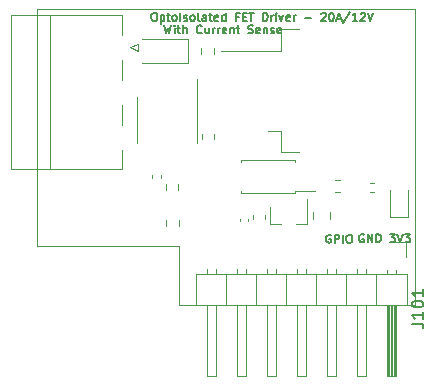
<source format=gbr>
%TF.GenerationSoftware,KiCad,Pcbnew,(5.1.8-0-10_14)*%
%TF.CreationDate,2020-11-27T12:30:10+01:00*%
%TF.ProjectId,FET_Driver,4645545f-4472-4697-9665-722e6b696361,rev?*%
%TF.SameCoordinates,Original*%
%TF.FileFunction,Legend,Top*%
%TF.FilePolarity,Positive*%
%FSLAX46Y46*%
G04 Gerber Fmt 4.6, Leading zero omitted, Abs format (unit mm)*
G04 Created by KiCad (PCBNEW (5.1.8-0-10_14)) date 2020-11-27 12:30:10*
%MOMM*%
%LPD*%
G01*
G04 APERTURE LIST*
%ADD10C,0.150000*%
%TA.AperFunction,Profile*%
%ADD11C,0.050000*%
%TD*%
%ADD12C,0.120000*%
G04 APERTURE END LIST*
D10*
X118783333Y-69336666D02*
X118950000Y-70036666D01*
X119083333Y-69536666D01*
X119216666Y-70036666D01*
X119383333Y-69336666D01*
X119650000Y-70036666D02*
X119650000Y-69570000D01*
X119650000Y-69336666D02*
X119616666Y-69370000D01*
X119650000Y-69403333D01*
X119683333Y-69370000D01*
X119650000Y-69336666D01*
X119650000Y-69403333D01*
X119883333Y-69570000D02*
X120150000Y-69570000D01*
X119983333Y-69336666D02*
X119983333Y-69936666D01*
X120016666Y-70003333D01*
X120083333Y-70036666D01*
X120150000Y-70036666D01*
X120383333Y-70036666D02*
X120383333Y-69336666D01*
X120683333Y-70036666D02*
X120683333Y-69670000D01*
X120650000Y-69603333D01*
X120583333Y-69570000D01*
X120483333Y-69570000D01*
X120416666Y-69603333D01*
X120383333Y-69636666D01*
X121950000Y-69970000D02*
X121916666Y-70003333D01*
X121816666Y-70036666D01*
X121750000Y-70036666D01*
X121650000Y-70003333D01*
X121583333Y-69936666D01*
X121550000Y-69870000D01*
X121516666Y-69736666D01*
X121516666Y-69636666D01*
X121550000Y-69503333D01*
X121583333Y-69436666D01*
X121650000Y-69370000D01*
X121750000Y-69336666D01*
X121816666Y-69336666D01*
X121916666Y-69370000D01*
X121950000Y-69403333D01*
X122550000Y-69570000D02*
X122550000Y-70036666D01*
X122250000Y-69570000D02*
X122250000Y-69936666D01*
X122283333Y-70003333D01*
X122350000Y-70036666D01*
X122450000Y-70036666D01*
X122516666Y-70003333D01*
X122550000Y-69970000D01*
X122883333Y-70036666D02*
X122883333Y-69570000D01*
X122883333Y-69703333D02*
X122916666Y-69636666D01*
X122950000Y-69603333D01*
X123016666Y-69570000D01*
X123083333Y-69570000D01*
X123316666Y-70036666D02*
X123316666Y-69570000D01*
X123316666Y-69703333D02*
X123350000Y-69636666D01*
X123383333Y-69603333D01*
X123450000Y-69570000D01*
X123516666Y-69570000D01*
X124016666Y-70003333D02*
X123950000Y-70036666D01*
X123816666Y-70036666D01*
X123750000Y-70003333D01*
X123716666Y-69936666D01*
X123716666Y-69670000D01*
X123750000Y-69603333D01*
X123816666Y-69570000D01*
X123950000Y-69570000D01*
X124016666Y-69603333D01*
X124050000Y-69670000D01*
X124050000Y-69736666D01*
X123716666Y-69803333D01*
X124350000Y-69570000D02*
X124350000Y-70036666D01*
X124350000Y-69636666D02*
X124383333Y-69603333D01*
X124450000Y-69570000D01*
X124550000Y-69570000D01*
X124616666Y-69603333D01*
X124650000Y-69670000D01*
X124650000Y-70036666D01*
X124883333Y-69570000D02*
X125150000Y-69570000D01*
X124983333Y-69336666D02*
X124983333Y-69936666D01*
X125016666Y-70003333D01*
X125083333Y-70036666D01*
X125150000Y-70036666D01*
X125883333Y-70003333D02*
X125983333Y-70036666D01*
X126150000Y-70036666D01*
X126216666Y-70003333D01*
X126250000Y-69970000D01*
X126283333Y-69903333D01*
X126283333Y-69836666D01*
X126250000Y-69770000D01*
X126216666Y-69736666D01*
X126150000Y-69703333D01*
X126016666Y-69670000D01*
X125950000Y-69636666D01*
X125916666Y-69603333D01*
X125883333Y-69536666D01*
X125883333Y-69470000D01*
X125916666Y-69403333D01*
X125950000Y-69370000D01*
X126016666Y-69336666D01*
X126183333Y-69336666D01*
X126283333Y-69370000D01*
X126850000Y-70003333D02*
X126783333Y-70036666D01*
X126650000Y-70036666D01*
X126583333Y-70003333D01*
X126550000Y-69936666D01*
X126550000Y-69670000D01*
X126583333Y-69603333D01*
X126650000Y-69570000D01*
X126783333Y-69570000D01*
X126850000Y-69603333D01*
X126883333Y-69670000D01*
X126883333Y-69736666D01*
X126550000Y-69803333D01*
X127183333Y-69570000D02*
X127183333Y-70036666D01*
X127183333Y-69636666D02*
X127216666Y-69603333D01*
X127283333Y-69570000D01*
X127383333Y-69570000D01*
X127450000Y-69603333D01*
X127483333Y-69670000D01*
X127483333Y-70036666D01*
X127783333Y-70003333D02*
X127850000Y-70036666D01*
X127983333Y-70036666D01*
X128050000Y-70003333D01*
X128083333Y-69936666D01*
X128083333Y-69903333D01*
X128050000Y-69836666D01*
X127983333Y-69803333D01*
X127883333Y-69803333D01*
X127816666Y-69770000D01*
X127783333Y-69703333D01*
X127783333Y-69670000D01*
X127816666Y-69603333D01*
X127883333Y-69570000D01*
X127983333Y-69570000D01*
X128050000Y-69603333D01*
X128650000Y-70003333D02*
X128583333Y-70036666D01*
X128450000Y-70036666D01*
X128383333Y-70003333D01*
X128350000Y-69936666D01*
X128350000Y-69670000D01*
X128383333Y-69603333D01*
X128450000Y-69570000D01*
X128583333Y-69570000D01*
X128650000Y-69603333D01*
X128683333Y-69670000D01*
X128683333Y-69736666D01*
X128350000Y-69803333D01*
D11*
X140000000Y-68000000D02*
X140000000Y-73000000D01*
X108000000Y-68000000D02*
X140000000Y-68000000D01*
X108000000Y-73000000D02*
X108000000Y-68000000D01*
D10*
X117866666Y-68286666D02*
X117999999Y-68286666D01*
X118066666Y-68320000D01*
X118133333Y-68386666D01*
X118166666Y-68520000D01*
X118166666Y-68753333D01*
X118133333Y-68886666D01*
X118066666Y-68953333D01*
X117999999Y-68986666D01*
X117866666Y-68986666D01*
X117799999Y-68953333D01*
X117733333Y-68886666D01*
X117699999Y-68753333D01*
X117699999Y-68520000D01*
X117733333Y-68386666D01*
X117799999Y-68320000D01*
X117866666Y-68286666D01*
X118466666Y-68520000D02*
X118466666Y-69220000D01*
X118466666Y-68553333D02*
X118533333Y-68520000D01*
X118666666Y-68520000D01*
X118733333Y-68553333D01*
X118766666Y-68586666D01*
X118799999Y-68653333D01*
X118799999Y-68853333D01*
X118766666Y-68920000D01*
X118733333Y-68953333D01*
X118666666Y-68986666D01*
X118533333Y-68986666D01*
X118466666Y-68953333D01*
X118999999Y-68520000D02*
X119266666Y-68520000D01*
X119099999Y-68286666D02*
X119099999Y-68886666D01*
X119133333Y-68953333D01*
X119199999Y-68986666D01*
X119266666Y-68986666D01*
X119599999Y-68986666D02*
X119533333Y-68953333D01*
X119499999Y-68920000D01*
X119466666Y-68853333D01*
X119466666Y-68653333D01*
X119499999Y-68586666D01*
X119533333Y-68553333D01*
X119599999Y-68520000D01*
X119699999Y-68520000D01*
X119766666Y-68553333D01*
X119799999Y-68586666D01*
X119833333Y-68653333D01*
X119833333Y-68853333D01*
X119799999Y-68920000D01*
X119766666Y-68953333D01*
X119699999Y-68986666D01*
X119599999Y-68986666D01*
X120133333Y-68986666D02*
X120133333Y-68286666D01*
X120433333Y-68953333D02*
X120499999Y-68986666D01*
X120633333Y-68986666D01*
X120699999Y-68953333D01*
X120733333Y-68886666D01*
X120733333Y-68853333D01*
X120699999Y-68786666D01*
X120633333Y-68753333D01*
X120533333Y-68753333D01*
X120466666Y-68720000D01*
X120433333Y-68653333D01*
X120433333Y-68620000D01*
X120466666Y-68553333D01*
X120533333Y-68520000D01*
X120633333Y-68520000D01*
X120699999Y-68553333D01*
X121133333Y-68986666D02*
X121066666Y-68953333D01*
X121033333Y-68920000D01*
X120999999Y-68853333D01*
X120999999Y-68653333D01*
X121033333Y-68586666D01*
X121066666Y-68553333D01*
X121133333Y-68520000D01*
X121233333Y-68520000D01*
X121299999Y-68553333D01*
X121333333Y-68586666D01*
X121366666Y-68653333D01*
X121366666Y-68853333D01*
X121333333Y-68920000D01*
X121299999Y-68953333D01*
X121233333Y-68986666D01*
X121133333Y-68986666D01*
X121766666Y-68986666D02*
X121699999Y-68953333D01*
X121666666Y-68886666D01*
X121666666Y-68286666D01*
X122333333Y-68986666D02*
X122333333Y-68620000D01*
X122299999Y-68553333D01*
X122233333Y-68520000D01*
X122099999Y-68520000D01*
X122033333Y-68553333D01*
X122333333Y-68953333D02*
X122266666Y-68986666D01*
X122099999Y-68986666D01*
X122033333Y-68953333D01*
X121999999Y-68886666D01*
X121999999Y-68820000D01*
X122033333Y-68753333D01*
X122099999Y-68720000D01*
X122266666Y-68720000D01*
X122333333Y-68686666D01*
X122566666Y-68520000D02*
X122833333Y-68520000D01*
X122666666Y-68286666D02*
X122666666Y-68886666D01*
X122699999Y-68953333D01*
X122766666Y-68986666D01*
X122833333Y-68986666D01*
X123333333Y-68953333D02*
X123266666Y-68986666D01*
X123133333Y-68986666D01*
X123066666Y-68953333D01*
X123033333Y-68886666D01*
X123033333Y-68620000D01*
X123066666Y-68553333D01*
X123133333Y-68520000D01*
X123266666Y-68520000D01*
X123333333Y-68553333D01*
X123366666Y-68620000D01*
X123366666Y-68686666D01*
X123033333Y-68753333D01*
X123966666Y-68986666D02*
X123966666Y-68286666D01*
X123966666Y-68953333D02*
X123899999Y-68986666D01*
X123766666Y-68986666D01*
X123699999Y-68953333D01*
X123666666Y-68920000D01*
X123633333Y-68853333D01*
X123633333Y-68653333D01*
X123666666Y-68586666D01*
X123699999Y-68553333D01*
X123766666Y-68520000D01*
X123899999Y-68520000D01*
X123966666Y-68553333D01*
X125066666Y-68620000D02*
X124833333Y-68620000D01*
X124833333Y-68986666D02*
X124833333Y-68286666D01*
X125166666Y-68286666D01*
X125433333Y-68620000D02*
X125666666Y-68620000D01*
X125766666Y-68986666D02*
X125433333Y-68986666D01*
X125433333Y-68286666D01*
X125766666Y-68286666D01*
X125966666Y-68286666D02*
X126366666Y-68286666D01*
X126166666Y-68986666D02*
X126166666Y-68286666D01*
X127133333Y-68986666D02*
X127133333Y-68286666D01*
X127299999Y-68286666D01*
X127399999Y-68320000D01*
X127466666Y-68386666D01*
X127499999Y-68453333D01*
X127533333Y-68586666D01*
X127533333Y-68686666D01*
X127499999Y-68820000D01*
X127466666Y-68886666D01*
X127399999Y-68953333D01*
X127299999Y-68986666D01*
X127133333Y-68986666D01*
X127833333Y-68986666D02*
X127833333Y-68520000D01*
X127833333Y-68653333D02*
X127866666Y-68586666D01*
X127899999Y-68553333D01*
X127966666Y-68520000D01*
X128033333Y-68520000D01*
X128266666Y-68986666D02*
X128266666Y-68520000D01*
X128266666Y-68286666D02*
X128233333Y-68320000D01*
X128266666Y-68353333D01*
X128299999Y-68320000D01*
X128266666Y-68286666D01*
X128266666Y-68353333D01*
X128533333Y-68520000D02*
X128699999Y-68986666D01*
X128866666Y-68520000D01*
X129400000Y-68953333D02*
X129333333Y-68986666D01*
X129200000Y-68986666D01*
X129133333Y-68953333D01*
X129100000Y-68886666D01*
X129100000Y-68620000D01*
X129133333Y-68553333D01*
X129200000Y-68520000D01*
X129333333Y-68520000D01*
X129400000Y-68553333D01*
X129433333Y-68620000D01*
X129433333Y-68686666D01*
X129100000Y-68753333D01*
X129733333Y-68986666D02*
X129733333Y-68520000D01*
X129733333Y-68653333D02*
X129766666Y-68586666D01*
X129800000Y-68553333D01*
X129866666Y-68520000D01*
X129933333Y-68520000D01*
X130700000Y-68720000D02*
X131233333Y-68720000D01*
X132066666Y-68353333D02*
X132100000Y-68320000D01*
X132166666Y-68286666D01*
X132333333Y-68286666D01*
X132400000Y-68320000D01*
X132433333Y-68353333D01*
X132466666Y-68420000D01*
X132466666Y-68486666D01*
X132433333Y-68586666D01*
X132033333Y-68986666D01*
X132466666Y-68986666D01*
X132900000Y-68286666D02*
X132966666Y-68286666D01*
X133033333Y-68320000D01*
X133066666Y-68353333D01*
X133100000Y-68420000D01*
X133133333Y-68553333D01*
X133133333Y-68720000D01*
X133100000Y-68853333D01*
X133066666Y-68920000D01*
X133033333Y-68953333D01*
X132966666Y-68986666D01*
X132900000Y-68986666D01*
X132833333Y-68953333D01*
X132800000Y-68920000D01*
X132766666Y-68853333D01*
X132733333Y-68720000D01*
X132733333Y-68553333D01*
X132766666Y-68420000D01*
X132800000Y-68353333D01*
X132833333Y-68320000D01*
X132900000Y-68286666D01*
X133400000Y-68786666D02*
X133733333Y-68786666D01*
X133333333Y-68986666D02*
X133566666Y-68286666D01*
X133800000Y-68986666D01*
X134533333Y-68253333D02*
X133933333Y-69153333D01*
X135133333Y-68986666D02*
X134733333Y-68986666D01*
X134933333Y-68986666D02*
X134933333Y-68286666D01*
X134866666Y-68386666D01*
X134800000Y-68453333D01*
X134733333Y-68486666D01*
X135400000Y-68353333D02*
X135433333Y-68320000D01*
X135500000Y-68286666D01*
X135666666Y-68286666D01*
X135733333Y-68320000D01*
X135766666Y-68353333D01*
X135800000Y-68420000D01*
X135800000Y-68486666D01*
X135766666Y-68586666D01*
X135366666Y-68986666D01*
X135800000Y-68986666D01*
X136000000Y-68286666D02*
X136233333Y-68986666D01*
X136466666Y-68286666D01*
D11*
X120000000Y-88000000D02*
X108000000Y-88000000D01*
X120000000Y-93000000D02*
X120000000Y-88000000D01*
D10*
X132870000Y-87100000D02*
X132803333Y-87066666D01*
X132703333Y-87066666D01*
X132603333Y-87100000D01*
X132536666Y-87166666D01*
X132503333Y-87233333D01*
X132470000Y-87366666D01*
X132470000Y-87466666D01*
X132503333Y-87600000D01*
X132536666Y-87666666D01*
X132603333Y-87733333D01*
X132703333Y-87766666D01*
X132770000Y-87766666D01*
X132870000Y-87733333D01*
X132903333Y-87700000D01*
X132903333Y-87466666D01*
X132770000Y-87466666D01*
X133203333Y-87766666D02*
X133203333Y-87066666D01*
X133470000Y-87066666D01*
X133536666Y-87100000D01*
X133570000Y-87133333D01*
X133603333Y-87200000D01*
X133603333Y-87300000D01*
X133570000Y-87366666D01*
X133536666Y-87400000D01*
X133470000Y-87433333D01*
X133203333Y-87433333D01*
X133903333Y-87766666D02*
X133903333Y-87066666D01*
X134370000Y-87066666D02*
X134503333Y-87066666D01*
X134570000Y-87100000D01*
X134636666Y-87166666D01*
X134670000Y-87300000D01*
X134670000Y-87533333D01*
X134636666Y-87666666D01*
X134570000Y-87733333D01*
X134503333Y-87766666D01*
X134370000Y-87766666D01*
X134303333Y-87733333D01*
X134236666Y-87666666D01*
X134203333Y-87533333D01*
X134203333Y-87300000D01*
X134236666Y-87166666D01*
X134303333Y-87100000D01*
X134370000Y-87066666D01*
X135656666Y-87070000D02*
X135590000Y-87036666D01*
X135490000Y-87036666D01*
X135390000Y-87070000D01*
X135323333Y-87136666D01*
X135290000Y-87203333D01*
X135256666Y-87336666D01*
X135256666Y-87436666D01*
X135290000Y-87570000D01*
X135323333Y-87636666D01*
X135390000Y-87703333D01*
X135490000Y-87736666D01*
X135556666Y-87736666D01*
X135656666Y-87703333D01*
X135690000Y-87670000D01*
X135690000Y-87436666D01*
X135556666Y-87436666D01*
X135990000Y-87736666D02*
X135990000Y-87036666D01*
X136390000Y-87736666D01*
X136390000Y-87036666D01*
X136723333Y-87736666D02*
X136723333Y-87036666D01*
X136890000Y-87036666D01*
X136990000Y-87070000D01*
X137056666Y-87136666D01*
X137090000Y-87203333D01*
X137123333Y-87336666D01*
X137123333Y-87436666D01*
X137090000Y-87570000D01*
X137056666Y-87636666D01*
X136990000Y-87703333D01*
X136890000Y-87736666D01*
X136723333Y-87736666D01*
X137883333Y-87036666D02*
X138316666Y-87036666D01*
X138083333Y-87303333D01*
X138183333Y-87303333D01*
X138250000Y-87336666D01*
X138283333Y-87370000D01*
X138316666Y-87436666D01*
X138316666Y-87603333D01*
X138283333Y-87670000D01*
X138250000Y-87703333D01*
X138183333Y-87736666D01*
X137983333Y-87736666D01*
X137916666Y-87703333D01*
X137883333Y-87670000D01*
X138516666Y-87036666D02*
X138750000Y-87736666D01*
X138983333Y-87036666D01*
X139150000Y-87036666D02*
X139583333Y-87036666D01*
X139350000Y-87303333D01*
X139450000Y-87303333D01*
X139516666Y-87336666D01*
X139550000Y-87370000D01*
X139583333Y-87436666D01*
X139583333Y-87603333D01*
X139550000Y-87670000D01*
X139516666Y-87703333D01*
X139450000Y-87736666D01*
X139250000Y-87736666D01*
X139183333Y-87703333D01*
X139150000Y-87670000D01*
D11*
X108000000Y-73000000D02*
X108000000Y-88000000D01*
X140000000Y-93000000D02*
X140000000Y-73000000D01*
X120000000Y-93000000D02*
X140000000Y-93000000D01*
D12*
%TO.C,R105*%
X136236359Y-82700000D02*
X136543641Y-82700000D01*
X136236359Y-83460000D02*
X136543641Y-83460000D01*
%TO.C,J101*%
X139330000Y-90390000D02*
X121430000Y-90390000D01*
X121430000Y-90390000D02*
X121430000Y-93050000D01*
X121430000Y-93050000D02*
X139330000Y-93050000D01*
X139330000Y-93050000D02*
X139330000Y-90390000D01*
X138380000Y-93050000D02*
X138380000Y-99050000D01*
X138380000Y-99050000D02*
X137620000Y-99050000D01*
X137620000Y-99050000D02*
X137620000Y-93050000D01*
X138320000Y-93050000D02*
X138320000Y-99050000D01*
X138200000Y-93050000D02*
X138200000Y-99050000D01*
X138080000Y-93050000D02*
X138080000Y-99050000D01*
X137960000Y-93050000D02*
X137960000Y-99050000D01*
X137840000Y-93050000D02*
X137840000Y-99050000D01*
X137720000Y-93050000D02*
X137720000Y-99050000D01*
X138380000Y-90060000D02*
X138380000Y-90390000D01*
X137620000Y-90060000D02*
X137620000Y-90390000D01*
X136730000Y-90390000D02*
X136730000Y-93050000D01*
X135840000Y-93050000D02*
X135840000Y-99050000D01*
X135840000Y-99050000D02*
X135080000Y-99050000D01*
X135080000Y-99050000D02*
X135080000Y-93050000D01*
X135840000Y-89992929D02*
X135840000Y-90390000D01*
X135080000Y-89992929D02*
X135080000Y-90390000D01*
X134190000Y-90390000D02*
X134190000Y-93050000D01*
X133300000Y-93050000D02*
X133300000Y-99050000D01*
X133300000Y-99050000D02*
X132540000Y-99050000D01*
X132540000Y-99050000D02*
X132540000Y-93050000D01*
X133300000Y-89992929D02*
X133300000Y-90390000D01*
X132540000Y-89992929D02*
X132540000Y-90390000D01*
X131650000Y-90390000D02*
X131650000Y-93050000D01*
X130760000Y-93050000D02*
X130760000Y-99050000D01*
X130760000Y-99050000D02*
X130000000Y-99050000D01*
X130000000Y-99050000D02*
X130000000Y-93050000D01*
X130760000Y-89992929D02*
X130760000Y-90390000D01*
X130000000Y-89992929D02*
X130000000Y-90390000D01*
X129110000Y-90390000D02*
X129110000Y-93050000D01*
X128220000Y-93050000D02*
X128220000Y-99050000D01*
X128220000Y-99050000D02*
X127460000Y-99050000D01*
X127460000Y-99050000D02*
X127460000Y-93050000D01*
X128220000Y-89992929D02*
X128220000Y-90390000D01*
X127460000Y-89992929D02*
X127460000Y-90390000D01*
X126570000Y-90390000D02*
X126570000Y-93050000D01*
X125680000Y-93050000D02*
X125680000Y-99050000D01*
X125680000Y-99050000D02*
X124920000Y-99050000D01*
X124920000Y-99050000D02*
X124920000Y-93050000D01*
X125680000Y-89992929D02*
X125680000Y-90390000D01*
X124920000Y-89992929D02*
X124920000Y-90390000D01*
X124030000Y-90390000D02*
X124030000Y-93050000D01*
X123140000Y-93050000D02*
X123140000Y-99050000D01*
X123140000Y-99050000D02*
X122380000Y-99050000D01*
X122380000Y-99050000D02*
X122380000Y-93050000D01*
X123140000Y-89992929D02*
X123140000Y-90390000D01*
X122380000Y-89992929D02*
X122380000Y-90390000D01*
X138000000Y-87680000D02*
X139270000Y-87680000D01*
X139270000Y-87680000D02*
X139270000Y-88950000D01*
%TO.C,D102*%
X137935000Y-83280000D02*
X137935000Y-85565000D01*
X137935000Y-85565000D02*
X139405000Y-85565000D01*
X139405000Y-85565000D02*
X139405000Y-83280000D01*
%TO.C,J102*%
X115230000Y-68500000D02*
X105810000Y-68500000D01*
X105810000Y-68500000D02*
X105810000Y-81540000D01*
X105810000Y-81540000D02*
X115230000Y-81540000D01*
X115230000Y-68500000D02*
X115230000Y-70160000D01*
X115230000Y-81540000D02*
X115230000Y-79880000D01*
X115230000Y-72260000D02*
X115230000Y-73970000D01*
X115230000Y-76070000D02*
X115230000Y-77780000D01*
X109120000Y-68500000D02*
X109120000Y-81540000D01*
X116520000Y-71510000D02*
X115920000Y-71210000D01*
X115920000Y-71210000D02*
X116520000Y-70910000D01*
X116520000Y-70910000D02*
X116520000Y-71510000D01*
%TO.C,R901*%
X133212742Y-83472500D02*
X133687258Y-83472500D01*
X133212742Y-82427500D02*
X133687258Y-82427500D01*
%TO.C,C101*%
X125910000Y-85957836D02*
X125910000Y-85742164D01*
X125190000Y-85957836D02*
X125190000Y-85742164D01*
%TO.C,U603*%
X127720000Y-86210000D02*
X127720000Y-84750000D01*
X130880000Y-86210000D02*
X130880000Y-84050000D01*
X130880000Y-86210000D02*
X129950000Y-86210000D01*
X127720000Y-86210000D02*
X128650000Y-86210000D01*
%TO.C,R104*%
X118937500Y-82792742D02*
X118937500Y-83267258D01*
X119982500Y-82792742D02*
X119982500Y-83267258D01*
%TO.C,R103*%
X118947500Y-85872742D02*
X118947500Y-86347258D01*
X119992500Y-85872742D02*
X119992500Y-86347258D01*
%TO.C,R101*%
X121977500Y-78512742D02*
X121977500Y-78987258D01*
X123022500Y-78512742D02*
X123022500Y-78987258D01*
%TO.C,C605*%
X126290000Y-85434420D02*
X126290000Y-85715580D01*
X127310000Y-85434420D02*
X127310000Y-85715580D01*
%TO.C,C603*%
X132835000Y-85711252D02*
X132835000Y-85188748D01*
X131365000Y-85711252D02*
X131365000Y-85188748D01*
%TO.C,C102*%
X117770000Y-82032164D02*
X117770000Y-82247836D01*
X118490000Y-82032164D02*
X118490000Y-82247836D01*
%TO.C,Q101*%
X128675000Y-78290000D02*
X127575000Y-78290000D01*
X128675000Y-80100000D02*
X128675000Y-78290000D01*
X130175000Y-80100000D02*
X128675000Y-80100000D01*
X128675000Y-71510000D02*
X123550000Y-71510000D01*
X128675000Y-69700000D02*
X128675000Y-71510000D01*
X130175000Y-69700000D02*
X128675000Y-69700000D01*
%TO.C,U102*%
X116440000Y-77350000D02*
X116440000Y-79300000D01*
X116440000Y-77350000D02*
X116440000Y-75400000D01*
X121560000Y-77350000D02*
X121560000Y-79300000D01*
X121560000Y-77350000D02*
X121560000Y-73900000D01*
%TO.C,U101*%
X129860000Y-83345000D02*
X131550000Y-83345000D01*
X129860000Y-83560000D02*
X129860000Y-83345000D01*
X127550000Y-83560000D02*
X129860000Y-83560000D01*
X125240000Y-83560000D02*
X125240000Y-83345000D01*
X127550000Y-83560000D02*
X125240000Y-83560000D01*
X129860000Y-80740000D02*
X129860000Y-80955000D01*
X127550000Y-80740000D02*
X129860000Y-80740000D01*
X125240000Y-80740000D02*
X125240000Y-80955000D01*
X127550000Y-80740000D02*
X125240000Y-80740000D01*
%TO.C,R102*%
X122972500Y-71787258D02*
X122972500Y-71312742D01*
X121927500Y-71787258D02*
X121927500Y-71312742D01*
%TO.C,D101*%
X120750000Y-72500000D02*
X116900000Y-72500000D01*
X120750000Y-70500000D02*
X116900000Y-70500000D01*
X120750000Y-72500000D02*
X120750000Y-70500000D01*
%TD*%
%TO.C,J101*%
D10*
X139722380Y-94620714D02*
X140436666Y-94620714D01*
X140579523Y-94668333D01*
X140674761Y-94763571D01*
X140722380Y-94906428D01*
X140722380Y-95001666D01*
X140722380Y-93620714D02*
X140722380Y-94192142D01*
X140722380Y-93906428D02*
X139722380Y-93906428D01*
X139865238Y-94001666D01*
X139960476Y-94096904D01*
X140008095Y-94192142D01*
X139722380Y-93001666D02*
X139722380Y-92906428D01*
X139770000Y-92811190D01*
X139817619Y-92763571D01*
X139912857Y-92715952D01*
X140103333Y-92668333D01*
X140341428Y-92668333D01*
X140531904Y-92715952D01*
X140627142Y-92763571D01*
X140674761Y-92811190D01*
X140722380Y-92906428D01*
X140722380Y-93001666D01*
X140674761Y-93096904D01*
X140627142Y-93144523D01*
X140531904Y-93192142D01*
X140341428Y-93239761D01*
X140103333Y-93239761D01*
X139912857Y-93192142D01*
X139817619Y-93144523D01*
X139770000Y-93096904D01*
X139722380Y-93001666D01*
X140722380Y-91715952D02*
X140722380Y-92287380D01*
X140722380Y-92001666D02*
X139722380Y-92001666D01*
X139865238Y-92096904D01*
X139960476Y-92192142D01*
X140008095Y-92287380D01*
%TD*%
M02*

</source>
